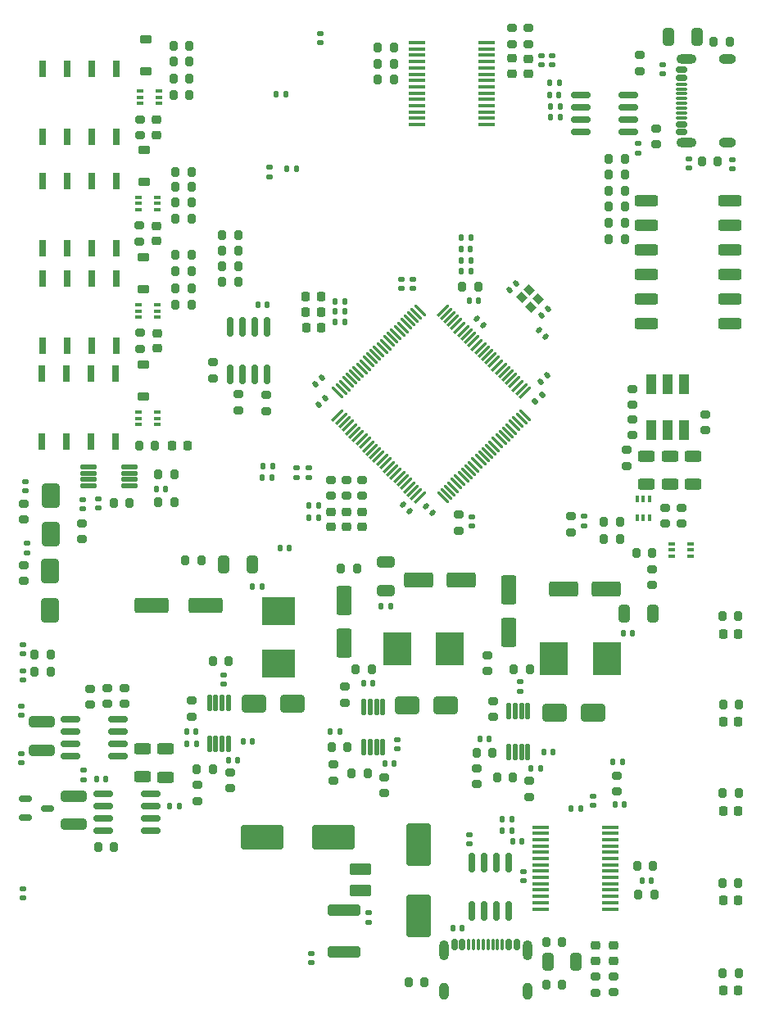
<source format=gbr>
%TF.GenerationSoftware,KiCad,Pcbnew,9.0.2*%
%TF.CreationDate,2025-12-23T12:34:07+01:00*%
%TF.ProjectId,HilBox,48696c42-6f78-42e6-9b69-6361645f7063,rev?*%
%TF.SameCoordinates,Original*%
%TF.FileFunction,Paste,Top*%
%TF.FilePolarity,Positive*%
%FSLAX46Y46*%
G04 Gerber Fmt 4.6, Leading zero omitted, Abs format (unit mm)*
G04 Created by KiCad (PCBNEW 9.0.2) date 2025-12-23 12:34:07*
%MOMM*%
%LPD*%
G01*
G04 APERTURE LIST*
G04 Aperture macros list*
%AMRoundRect*
0 Rectangle with rounded corners*
0 $1 Rounding radius*
0 $2 $3 $4 $5 $6 $7 $8 $9 X,Y pos of 4 corners*
0 Add a 4 corners polygon primitive as box body*
4,1,4,$2,$3,$4,$5,$6,$7,$8,$9,$2,$3,0*
0 Add four circle primitives for the rounded corners*
1,1,$1+$1,$2,$3*
1,1,$1+$1,$4,$5*
1,1,$1+$1,$6,$7*
1,1,$1+$1,$8,$9*
0 Add four rect primitives between the rounded corners*
20,1,$1+$1,$2,$3,$4,$5,0*
20,1,$1+$1,$4,$5,$6,$7,0*
20,1,$1+$1,$6,$7,$8,$9,0*
20,1,$1+$1,$8,$9,$2,$3,0*%
%AMRotRect*
0 Rectangle, with rotation*
0 The origin of the aperture is its center*
0 $1 length*
0 $2 width*
0 $3 Rotation angle, in degrees counterclockwise*
0 Add horizontal line*
21,1,$1,$2,0,0,$3*%
G04 Aperture macros list end*
%ADD10R,0.800000X1.800000*%
%ADD11RoundRect,0.200000X-0.200000X-0.275000X0.200000X-0.275000X0.200000X0.275000X-0.200000X0.275000X0*%
%ADD12RoundRect,0.140000X-0.170000X0.140000X-0.170000X-0.140000X0.170000X-0.140000X0.170000X0.140000X0*%
%ADD13RoundRect,0.250000X-0.970000X-0.310000X0.970000X-0.310000X0.970000X0.310000X-0.970000X0.310000X0*%
%ADD14RoundRect,0.218750X-0.218750X-0.256250X0.218750X-0.256250X0.218750X0.256250X-0.218750X0.256250X0*%
%ADD15RoundRect,0.200000X0.200000X0.275000X-0.200000X0.275000X-0.200000X-0.275000X0.200000X-0.275000X0*%
%ADD16R,1.750000X0.450000*%
%ADD17O,1.800000X1.000000*%
%ADD18O,2.100000X1.000000*%
%ADD19RoundRect,0.150000X0.425000X-0.150000X0.425000X0.150000X-0.425000X0.150000X-0.425000X-0.150000X0*%
%ADD20RoundRect,0.075000X0.500000X-0.075000X0.500000X0.075000X-0.500000X0.075000X-0.500000X-0.075000X0*%
%ADD21RoundRect,0.200000X0.275000X-0.200000X0.275000X0.200000X-0.275000X0.200000X-0.275000X-0.200000X0*%
%ADD22RoundRect,0.200000X-0.275000X0.200000X-0.275000X-0.200000X0.275000X-0.200000X0.275000X0.200000X0*%
%ADD23RoundRect,0.250000X0.625000X-0.312500X0.625000X0.312500X-0.625000X0.312500X-0.625000X-0.312500X0*%
%ADD24RoundRect,0.135000X0.135000X0.185000X-0.135000X0.185000X-0.135000X-0.185000X0.135000X-0.185000X0*%
%ADD25RoundRect,0.135000X-0.135000X-0.185000X0.135000X-0.185000X0.135000X0.185000X-0.135000X0.185000X0*%
%ADD26RoundRect,0.250000X-0.325000X-0.650000X0.325000X-0.650000X0.325000X0.650000X-0.325000X0.650000X0*%
%ADD27RoundRect,0.100000X-0.225000X-0.100000X0.225000X-0.100000X0.225000X0.100000X-0.225000X0.100000X0*%
%ADD28RoundRect,0.218750X-0.256250X0.218750X-0.256250X-0.218750X0.256250X-0.218750X0.256250X0.218750X0*%
%ADD29RoundRect,0.218750X0.218750X0.256250X-0.218750X0.256250X-0.218750X-0.256250X0.218750X-0.256250X0*%
%ADD30RoundRect,0.140000X0.170000X-0.140000X0.170000X0.140000X-0.170000X0.140000X-0.170000X-0.140000X0*%
%ADD31RoundRect,0.140000X-0.021213X0.219203X-0.219203X0.021213X0.021213X-0.219203X0.219203X-0.021213X0*%
%ADD32RoundRect,0.225000X-0.375000X0.225000X-0.375000X-0.225000X0.375000X-0.225000X0.375000X0.225000X0*%
%ADD33RoundRect,0.250000X-1.250000X-0.550000X1.250000X-0.550000X1.250000X0.550000X-1.250000X0.550000X0*%
%ADD34RoundRect,0.100000X0.100000X-0.225000X0.100000X0.225000X-0.100000X0.225000X-0.100000X-0.225000X0*%
%ADD35R,1.100000X2.000000*%
%ADD36RoundRect,0.250000X0.325000X0.650000X-0.325000X0.650000X-0.325000X-0.650000X0.325000X-0.650000X0*%
%ADD37RoundRect,0.135000X0.185000X-0.135000X0.185000X0.135000X-0.185000X0.135000X-0.185000X-0.135000X0*%
%ADD38RoundRect,0.250000X0.650000X-0.325000X0.650000X0.325000X-0.650000X0.325000X-0.650000X-0.325000X0*%
%ADD39RoundRect,0.150000X0.825000X0.150000X-0.825000X0.150000X-0.825000X-0.150000X0.825000X-0.150000X0*%
%ADD40RoundRect,0.140000X-0.140000X-0.170000X0.140000X-0.170000X0.140000X0.170000X-0.140000X0.170000X0*%
%ADD41RoundRect,0.218750X0.256250X-0.218750X0.256250X0.218750X-0.256250X0.218750X-0.256250X-0.218750X0*%
%ADD42RoundRect,0.250000X1.450000X-0.312500X1.450000X0.312500X-1.450000X0.312500X-1.450000X-0.312500X0*%
%ADD43RoundRect,0.140000X-0.219203X-0.021213X-0.021213X-0.219203X0.219203X0.021213X0.021213X0.219203X0*%
%ADD44RoundRect,0.250000X1.000000X-1.950000X1.000000X1.950000X-1.000000X1.950000X-1.000000X-1.950000X0*%
%ADD45RoundRect,0.150000X0.150000X-0.825000X0.150000X0.825000X-0.150000X0.825000X-0.150000X-0.825000X0*%
%ADD46RoundRect,0.250000X-1.075000X0.312500X-1.075000X-0.312500X1.075000X-0.312500X1.075000X0.312500X0*%
%ADD47RoundRect,0.250000X-1.000000X-0.650000X1.000000X-0.650000X1.000000X0.650000X-1.000000X0.650000X0*%
%ADD48RoundRect,0.140000X0.140000X0.170000X-0.140000X0.170000X-0.140000X-0.170000X0.140000X-0.170000X0*%
%ADD49RoundRect,0.125000X-0.125000X0.687500X-0.125000X-0.687500X0.125000X-0.687500X0.125000X0.687500X0*%
%ADD50RoundRect,0.150000X-0.150000X0.825000X-0.150000X-0.825000X0.150000X-0.825000X0.150000X0.825000X0*%
%ADD51RoundRect,0.140000X0.021213X-0.219203X0.219203X-0.021213X-0.021213X0.219203X-0.219203X0.021213X0*%
%ADD52RotRect,0.900000X0.800000X315.000000*%
%ADD53RoundRect,0.125000X0.687500X0.125000X-0.687500X0.125000X-0.687500X-0.125000X0.687500X-0.125000X0*%
%ADD54RoundRect,0.135000X-0.185000X0.135000X-0.185000X-0.135000X0.185000X-0.135000X0.185000X0.135000X0*%
%ADD55RoundRect,0.150000X-0.150000X-0.425000X0.150000X-0.425000X0.150000X0.425000X-0.150000X0.425000X0*%
%ADD56RoundRect,0.075000X-0.075000X-0.500000X0.075000X-0.500000X0.075000X0.500000X-0.075000X0.500000X0*%
%ADD57O,1.000000X2.100000*%
%ADD58O,1.000000X1.800000*%
%ADD59R,3.500000X2.950000*%
%ADD60RoundRect,0.250000X0.550000X-1.250000X0.550000X1.250000X-0.550000X1.250000X-0.550000X-1.250000X0*%
%ADD61RoundRect,0.250000X1.075000X-0.312500X1.075000X0.312500X-1.075000X0.312500X-1.075000X-0.312500X0*%
%ADD62R,2.950000X3.500000*%
%ADD63RoundRect,0.150000X-0.512500X-0.150000X0.512500X-0.150000X0.512500X0.150000X-0.512500X0.150000X0*%
%ADD64RoundRect,0.135000X-0.035355X0.226274X-0.226274X0.035355X0.035355X-0.226274X0.226274X-0.035355X0*%
%ADD65RoundRect,0.250000X1.500000X0.550000X-1.500000X0.550000X-1.500000X-0.550000X1.500000X-0.550000X0*%
%ADD66RoundRect,0.250000X-0.650000X1.000000X-0.650000X-1.000000X0.650000X-1.000000X0.650000X1.000000X0*%
%ADD67RoundRect,0.250000X0.850000X-0.375000X0.850000X0.375000X-0.850000X0.375000X-0.850000X-0.375000X0*%
%ADD68RoundRect,0.250000X1.950000X1.000000X-1.950000X1.000000X-1.950000X-1.000000X1.950000X-1.000000X0*%
%ADD69RoundRect,0.075000X0.459619X0.565685X-0.565685X-0.459619X-0.459619X-0.565685X0.565685X0.459619X0*%
%ADD70RoundRect,0.075000X-0.459619X0.565685X-0.565685X0.459619X0.459619X-0.565685X0.565685X-0.459619X0*%
G04 APERTURE END LIST*
D10*
%TO.C,K4*%
X55210000Y-55862500D03*
X52670000Y-55862500D03*
X50130000Y-55862500D03*
X47590000Y-55862500D03*
X47590000Y-62862500D03*
X50130000Y-62862500D03*
X52670000Y-62862500D03*
X55210000Y-62862500D03*
%TD*%
D11*
%TO.C,R14*%
X82275000Y-55400000D03*
X83925000Y-55400000D03*
%TD*%
D12*
%TO.C,C7*%
X76300000Y-52220000D03*
X76300000Y-53180000D03*
%TD*%
D13*
%TO.C,SW1*%
X118655000Y-69500000D03*
X118655000Y-72040000D03*
X118655000Y-74580000D03*
X118655000Y-77120000D03*
X118655000Y-79660000D03*
X118655000Y-82200000D03*
X110045000Y-82200000D03*
X110045000Y-79660000D03*
X110045000Y-77120000D03*
X110045000Y-74580000D03*
X110045000Y-72040000D03*
X110045000Y-69500000D03*
%TD*%
D14*
%TO.C,D7*%
X119537500Y-114300000D03*
X117962500Y-114300000D03*
%TD*%
D15*
%TO.C,R27*%
X117875000Y-112400000D03*
X119525000Y-112400000D03*
%TD*%
D16*
%TO.C,U12*%
X86300000Y-53175000D03*
X86300000Y-53825000D03*
X86300000Y-54475000D03*
X86300000Y-55125000D03*
X86300000Y-55775000D03*
X86300000Y-56425000D03*
X86300000Y-57075000D03*
X86300000Y-57725000D03*
X86300000Y-58375000D03*
X86300000Y-59025000D03*
X86300000Y-59675000D03*
X86300000Y-60325000D03*
X86300000Y-60975000D03*
X86300000Y-61625000D03*
X93500000Y-61625000D03*
X93500000Y-60975000D03*
X93500000Y-60325000D03*
X93500000Y-59675000D03*
X93500000Y-59025000D03*
X93500000Y-58375000D03*
X93500000Y-57725000D03*
X93500000Y-57075000D03*
X93500000Y-56425000D03*
X93500000Y-55775000D03*
X93500000Y-55125000D03*
X93500000Y-54475000D03*
X93500000Y-53825000D03*
X93500000Y-53175000D03*
%TD*%
D17*
%TO.C,J7*%
X118375000Y-54880000D03*
D18*
X114195000Y-54880000D03*
D17*
X118375000Y-63520000D03*
D18*
X114195000Y-63520000D03*
D19*
X113620000Y-62400000D03*
X113620000Y-61600000D03*
D20*
X113620000Y-60950000D03*
X113620000Y-59950000D03*
X113620000Y-58450000D03*
X113620000Y-57450000D03*
D19*
X113620000Y-56800000D03*
X113620000Y-56000000D03*
X113620000Y-56000000D03*
X113620000Y-56800000D03*
D20*
X113620000Y-57950000D03*
X113620000Y-58950000D03*
X113620000Y-59450000D03*
X113620000Y-60450000D03*
D19*
X113620000Y-61600000D03*
X113620000Y-62400000D03*
%TD*%
D12*
%TO.C,C17*%
X114400000Y-66110000D03*
X114400000Y-65150000D03*
%TD*%
D15*
%TO.C,R20*%
X115775000Y-65400000D03*
X117425000Y-65400000D03*
%TD*%
D12*
%TO.C,C16*%
X118900000Y-66230000D03*
X118900000Y-65270000D03*
%TD*%
%TO.C,C15*%
X109150000Y-64580000D03*
X109150000Y-63620000D03*
%TD*%
D21*
%TO.C,R17*%
X111050000Y-62025000D03*
X111050000Y-63675000D03*
%TD*%
D14*
%TO.C,D11*%
X119537500Y-151150000D03*
X117962500Y-151150000D03*
%TD*%
D15*
%TO.C,R31*%
X117925000Y-149350000D03*
X119575000Y-149350000D03*
%TD*%
D14*
%TO.C,D10*%
X119537500Y-141800000D03*
X117962500Y-141800000D03*
%TD*%
D22*
%TO.C,R16*%
X109300000Y-56125000D03*
X109300000Y-54475000D03*
%TD*%
%TO.C,R43*%
X108600000Y-93725000D03*
X108600000Y-92075000D03*
%TD*%
D23*
%TO.C,R40*%
X110050000Y-98812500D03*
X110050000Y-95887500D03*
%TD*%
%TO.C,R39*%
X114850000Y-98812500D03*
X114850000Y-95887500D03*
%TD*%
%TO.C,R38*%
X112450000Y-98812500D03*
X112450000Y-95887500D03*
%TD*%
D24*
%TO.C,R193*%
X90890000Y-73350000D03*
X91910000Y-73350000D03*
%TD*%
D25*
%TO.C,R113*%
X62490000Y-125600000D03*
X63510000Y-125600000D03*
%TD*%
D23*
%TO.C,R83*%
X57950000Y-129062500D03*
X57950000Y-126137500D03*
%TD*%
%TO.C,R82*%
X60350000Y-129112500D03*
X60350000Y-126187500D03*
%TD*%
D26*
%TO.C,C116*%
X69275000Y-107100000D03*
X66325000Y-107100000D03*
%TD*%
D21*
%TO.C,R69*%
X57700000Y-83175000D03*
X57700000Y-84825000D03*
%TD*%
D11*
%TO.C,R66*%
X67825000Y-73100000D03*
X66175000Y-73100000D03*
%TD*%
D27*
%TO.C,Q9*%
X59450000Y-91350000D03*
X59450000Y-92000000D03*
X59450000Y-92650000D03*
X57550000Y-92650000D03*
X57550000Y-92000000D03*
X57550000Y-91350000D03*
%TD*%
D11*
%TO.C,R65*%
X67825000Y-74700000D03*
X66175000Y-74700000D03*
%TD*%
%TO.C,R164*%
X67825000Y-77900000D03*
X66175000Y-77900000D03*
%TD*%
%TO.C,R64*%
X59225000Y-94800000D03*
X57575000Y-94800000D03*
%TD*%
%TO.C,R165*%
X67825000Y-76300000D03*
X66175000Y-76300000D03*
%TD*%
D28*
%TO.C,D15*%
X59400000Y-61137500D03*
X59400000Y-62712500D03*
%TD*%
%TO.C,D14*%
X59400000Y-72112500D03*
X59400000Y-73687500D03*
%TD*%
%TO.C,D12*%
X59500000Y-83212500D03*
X59500000Y-84787500D03*
%TD*%
D29*
%TO.C,D3*%
X62587500Y-94800000D03*
X61012500Y-94800000D03*
%TD*%
D25*
%TO.C,R13*%
X77840000Y-79900000D03*
X78860000Y-79900000D03*
%TD*%
D12*
%TO.C,C5*%
X45550000Y-118070000D03*
X45550000Y-119030000D03*
%TD*%
D30*
%TO.C,C3*%
X45550000Y-116330000D03*
X45550000Y-115370000D03*
%TD*%
D31*
%TO.C,C101*%
X75810589Y-88439411D03*
X76489411Y-87760589D03*
%TD*%
D25*
%TO.C,R125*%
X78860000Y-80950000D03*
X77840000Y-80950000D03*
%TD*%
%TO.C,R166*%
X78860000Y-82000000D03*
X77840000Y-82000000D03*
%TD*%
D32*
%TO.C,D21*%
X58100000Y-64250000D03*
X58100000Y-67550000D03*
%TD*%
%TO.C,D19*%
X58000000Y-75350000D03*
X58000000Y-78650000D03*
%TD*%
%TO.C,D16*%
X58000000Y-86450000D03*
X58000000Y-89750000D03*
%TD*%
%TO.C,D4*%
X58250000Y-52850000D03*
X58250000Y-56150000D03*
%TD*%
D21*
%TO.C,R12*%
X57700000Y-62750000D03*
X57700000Y-61100000D03*
%TD*%
D11*
%TO.C,R11*%
X61150000Y-53500000D03*
X62800000Y-53500000D03*
%TD*%
%TO.C,R10*%
X61150000Y-58600000D03*
X62800000Y-58600000D03*
%TD*%
%TO.C,R9*%
X61150000Y-56900000D03*
X62800000Y-56900000D03*
%TD*%
%TO.C,R8*%
X61150000Y-55100000D03*
X62800000Y-55100000D03*
%TD*%
D27*
%TO.C,Q3*%
X57700000Y-58150000D03*
X57700000Y-58800000D03*
X57700000Y-59450000D03*
X59600000Y-59450000D03*
X59600000Y-58800000D03*
X59600000Y-58150000D03*
%TD*%
D12*
%TO.C,C22*%
X45600000Y-141580000D03*
X45600000Y-140620000D03*
%TD*%
D30*
%TO.C,C48*%
X45400000Y-121720000D03*
X45400000Y-122680000D03*
%TD*%
D21*
%TO.C,R85*%
X56100000Y-119875000D03*
X56100000Y-121525000D03*
%TD*%
D33*
%TO.C,C60*%
X105900000Y-109600000D03*
X101500000Y-109600000D03*
%TD*%
D22*
%TO.C,R51*%
X110600000Y-107575000D03*
X110600000Y-109225000D03*
%TD*%
D15*
%TO.C,R50*%
X110625000Y-105950000D03*
X108975000Y-105950000D03*
%TD*%
D22*
%TO.C,R49*%
X113650000Y-101225000D03*
X113650000Y-102875000D03*
%TD*%
%TO.C,R48*%
X112000000Y-101225000D03*
X112000000Y-102875000D03*
%TD*%
D21*
%TO.C,R46*%
X108600000Y-90625000D03*
X108600000Y-88975000D03*
%TD*%
D22*
%TO.C,R45*%
X116150000Y-91575000D03*
X116150000Y-93225000D03*
%TD*%
%TO.C,R44*%
X108000000Y-95275000D03*
X108000000Y-96925000D03*
%TD*%
D15*
%TO.C,R42*%
X107275000Y-102700000D03*
X105625000Y-102700000D03*
%TD*%
D11*
%TO.C,R41*%
X105625000Y-104450000D03*
X107275000Y-104450000D03*
%TD*%
D27*
%TO.C,Q2*%
X112650000Y-104950000D03*
X112650000Y-105600000D03*
X112650000Y-106250000D03*
X114550000Y-106250000D03*
X114550000Y-105600000D03*
X114550000Y-104950000D03*
%TD*%
D34*
%TO.C,Q1*%
X109050000Y-102250000D03*
X109700000Y-102250000D03*
X110350000Y-102250000D03*
X110350000Y-100350000D03*
X109700000Y-100350000D03*
X109050000Y-100350000D03*
%TD*%
D35*
%TO.C,D13*%
X110500000Y-93250000D03*
X112200000Y-93250000D03*
X113900000Y-93250000D03*
X113900000Y-88450000D03*
X112200000Y-88450000D03*
X110500000Y-88450000D03*
%TD*%
D36*
%TO.C,C95*%
X99825000Y-148200000D03*
X102775000Y-148200000D03*
%TD*%
D15*
%TO.C,R32*%
X107775000Y-65200000D03*
X106125000Y-65200000D03*
%TD*%
D37*
%TO.C,R161*%
X71035000Y-67075000D03*
X71035000Y-66055000D03*
%TD*%
D15*
%TO.C,R3*%
X61225000Y-97800000D03*
X59575000Y-97800000D03*
%TD*%
%TO.C,R148*%
X48425000Y-116450000D03*
X46775000Y-116450000D03*
%TD*%
D11*
%TO.C,R105*%
X79975000Y-117900000D03*
X81625000Y-117900000D03*
%TD*%
D15*
%TO.C,R15*%
X118625000Y-53050000D03*
X116975000Y-53050000D03*
%TD*%
D30*
%TO.C,C6*%
X45800000Y-99480000D03*
X45800000Y-98520000D03*
%TD*%
D38*
%TO.C,C115*%
X83100000Y-109775000D03*
X83100000Y-106825000D03*
%TD*%
D39*
%TO.C,U28*%
X55425000Y-126905000D03*
X55425000Y-125635000D03*
X55425000Y-124365000D03*
X55425000Y-123095000D03*
X50475000Y-123095000D03*
X50475000Y-124365000D03*
X50475000Y-125635000D03*
X50475000Y-126905000D03*
%TD*%
D15*
%TO.C,R110*%
X65225000Y-128300000D03*
X63575000Y-128300000D03*
%TD*%
D40*
%TO.C,C59*%
X92820000Y-125150000D03*
X93780000Y-125150000D03*
%TD*%
D41*
%TO.C,D5*%
X96100000Y-56387500D03*
X96100000Y-54812500D03*
%TD*%
D15*
%TO.C,R115*%
X64025000Y-106700000D03*
X62375000Y-106700000D03*
%TD*%
D11*
%TO.C,R98*%
X92475000Y-126600000D03*
X94125000Y-126600000D03*
%TD*%
D15*
%TO.C,R36*%
X107775000Y-71750000D03*
X106125000Y-71750000D03*
%TD*%
D42*
%TO.C,F1*%
X78750000Y-147137500D03*
X78750000Y-142862500D03*
%TD*%
D43*
%TO.C,C85*%
X92500000Y-81700000D03*
X93178822Y-82378822D03*
%TD*%
D41*
%TO.C,D36*%
X79050000Y-103237500D03*
X79050000Y-101662500D03*
%TD*%
D24*
%TO.C,R163*%
X72745000Y-58465000D03*
X71725000Y-58465000D03*
%TD*%
D15*
%TO.C,R144*%
X101325000Y-146100000D03*
X99675000Y-146100000D03*
%TD*%
D44*
%TO.C,C54*%
X86500000Y-143450000D03*
X86500000Y-136050000D03*
%TD*%
D15*
%TO.C,R37*%
X107775000Y-73450000D03*
X106125000Y-73450000D03*
%TD*%
D30*
%TO.C,C70*%
X66325000Y-119480000D03*
X66325000Y-118520000D03*
%TD*%
D40*
%TO.C,C18*%
X100020000Y-58550000D03*
X100980000Y-58550000D03*
%TD*%
D45*
%TO.C,U4*%
X91995000Y-142875000D03*
X93265000Y-142875000D03*
X94535000Y-142875000D03*
X95805000Y-142875000D03*
X95805000Y-137925000D03*
X94535000Y-137925000D03*
X93265000Y-137925000D03*
X91995000Y-137925000D03*
%TD*%
D15*
%TO.C,R28*%
X119625000Y-121600000D03*
X117975000Y-121600000D03*
%TD*%
D46*
%TO.C,R87*%
X47550000Y-123387500D03*
X47550000Y-126312500D03*
%TD*%
D22*
%TO.C,R130*%
X77450000Y-98375000D03*
X77450000Y-100025000D03*
%TD*%
%TO.C,R157*%
X90650000Y-101975000D03*
X90650000Y-103625000D03*
%TD*%
D12*
%TO.C,C63*%
X84300000Y-125220000D03*
X84300000Y-126180000D03*
%TD*%
D22*
%TO.C,R184*%
X45700000Y-107175000D03*
X45700000Y-108825000D03*
%TD*%
D47*
%TO.C,D28*%
X85300000Y-121700000D03*
X89300000Y-121700000D03*
%TD*%
D21*
%TO.C,R101*%
X97900000Y-131125000D03*
X97900000Y-129475000D03*
%TD*%
D25*
%TO.C,R162*%
X72825000Y-66165000D03*
X73845000Y-66165000D03*
%TD*%
D48*
%TO.C,C71*%
X70280000Y-109400000D03*
X69320000Y-109400000D03*
%TD*%
D40*
%TO.C,C73*%
X62520000Y-124400000D03*
X63480000Y-124400000D03*
%TD*%
D21*
%TO.C,R104*%
X78850000Y-121375000D03*
X78850000Y-119725000D03*
%TD*%
D30*
%TO.C,C42*%
X104500000Y-132030000D03*
X104500000Y-131070000D03*
%TD*%
%TO.C,C20*%
X100300000Y-55480000D03*
X100300000Y-54520000D03*
%TD*%
D39*
%TO.C,U27*%
X58825000Y-134605000D03*
X58825000Y-133335000D03*
X58825000Y-132065000D03*
X58825000Y-130795000D03*
X53875000Y-130795000D03*
X53875000Y-132065000D03*
X53875000Y-133335000D03*
X53875000Y-134605000D03*
%TD*%
D48*
%TO.C,C96*%
X90980000Y-144700000D03*
X90020000Y-144700000D03*
%TD*%
D15*
%TO.C,R142*%
X101325000Y-150500000D03*
X99675000Y-150500000D03*
%TD*%
D25*
%TO.C,R18*%
X95090000Y-133400000D03*
X96110000Y-133400000D03*
%TD*%
D15*
%TO.C,R35*%
X107775000Y-70100000D03*
X106125000Y-70100000D03*
%TD*%
D39*
%TO.C,U11*%
X108175000Y-62355000D03*
X108175000Y-61085000D03*
X108175000Y-59815000D03*
X108175000Y-58545000D03*
X103225000Y-58545000D03*
X103225000Y-59815000D03*
X103225000Y-61085000D03*
X103225000Y-62355000D03*
%TD*%
D22*
%TO.C,R114*%
X63650000Y-129875000D03*
X63650000Y-131525000D03*
%TD*%
D49*
%TO.C,U31*%
X66800000Y-121387500D03*
X66150000Y-121387500D03*
X65500000Y-121387500D03*
X64850000Y-121387500D03*
X64850000Y-125612500D03*
X65500000Y-125612500D03*
X66150000Y-125612500D03*
X66800000Y-125612500D03*
%TD*%
D21*
%TO.C,R124*%
X106600000Y-151325000D03*
X106600000Y-149675000D03*
%TD*%
D40*
%TO.C,C69*%
X68345000Y-125350000D03*
X69305000Y-125350000D03*
%TD*%
D14*
%TO.C,D8*%
X117962500Y-123350000D03*
X119537500Y-123350000D03*
%TD*%
D12*
%TO.C,C40*%
X97300000Y-138820000D03*
X97300000Y-139780000D03*
%TD*%
D22*
%TO.C,R116*%
X106950000Y-130550000D03*
X106950000Y-128900000D03*
%TD*%
D11*
%TO.C,R146*%
X109075000Y-138275000D03*
X110725000Y-138275000D03*
%TD*%
D22*
%TO.C,R2*%
X67850000Y-89525000D03*
X67850000Y-91175000D03*
%TD*%
D11*
%TO.C,R178*%
X61375000Y-69700000D03*
X63025000Y-69700000D03*
%TD*%
D40*
%TO.C,C77*%
X107730000Y-131925000D03*
X106770000Y-131925000D03*
%TD*%
%TO.C,C43*%
X60770000Y-132100000D03*
X61730000Y-132100000D03*
%TD*%
D22*
%TO.C,R7*%
X65250000Y-86225000D03*
X65250000Y-87875000D03*
%TD*%
D24*
%TO.C,R172*%
X76160000Y-101000000D03*
X75140000Y-101000000D03*
%TD*%
D40*
%TO.C,C65*%
X82620000Y-111400000D03*
X83580000Y-111400000D03*
%TD*%
D15*
%TO.C,R122*%
X48425000Y-118200000D03*
X46775000Y-118200000D03*
%TD*%
D22*
%TO.C,R1*%
X70700000Y-89575000D03*
X70700000Y-91225000D03*
%TD*%
D25*
%TO.C,R195*%
X95090000Y-134600000D03*
X96110000Y-134600000D03*
%TD*%
D50*
%TO.C,U2*%
X70855000Y-82525000D03*
X69585000Y-82525000D03*
X68315000Y-82525000D03*
X67045000Y-82525000D03*
X67045000Y-87475000D03*
X68315000Y-87475000D03*
X69585000Y-87475000D03*
X70855000Y-87475000D03*
%TD*%
D11*
%TO.C,R71*%
X61375000Y-66500000D03*
X63025000Y-66500000D03*
%TD*%
D22*
%TO.C,R129*%
X79050000Y-98375000D03*
X79050000Y-100025000D03*
%TD*%
D25*
%TO.C,R127*%
X70330000Y-98100000D03*
X71350000Y-98100000D03*
%TD*%
D11*
%TO.C,R175*%
X61375000Y-78600000D03*
X63025000Y-78600000D03*
%TD*%
D41*
%TO.C,D6*%
X97800000Y-56400000D03*
X97800000Y-54825000D03*
%TD*%
D43*
%TO.C,C81*%
X87260589Y-101060589D03*
X87939411Y-101739411D03*
%TD*%
D15*
%TO.C,R108*%
X80125000Y-107500000D03*
X78475000Y-107500000D03*
%TD*%
D25*
%TO.C,R22*%
X99990000Y-57350000D03*
X101010000Y-57350000D03*
%TD*%
D48*
%TO.C,C88*%
X92680000Y-79800000D03*
X91720000Y-79800000D03*
%TD*%
D51*
%TO.C,C83*%
X99060589Y-88239411D03*
X99739411Y-87560589D03*
%TD*%
D30*
%TO.C,C84*%
X85900000Y-78580000D03*
X85900000Y-77620000D03*
%TD*%
D22*
%TO.C,R107*%
X77700000Y-127775000D03*
X77700000Y-129425000D03*
%TD*%
D41*
%TO.C,D35*%
X80650000Y-103237500D03*
X80650000Y-101662500D03*
%TD*%
D15*
%TO.C,R96*%
X96225000Y-129100000D03*
X94575000Y-129100000D03*
%TD*%
D25*
%TO.C,R174*%
X102190000Y-132300000D03*
X103210000Y-132300000D03*
%TD*%
D11*
%TO.C,R106*%
X77475000Y-126000000D03*
X79125000Y-126000000D03*
%TD*%
%TO.C,R176*%
X61375000Y-80300000D03*
X63025000Y-80300000D03*
%TD*%
D31*
%TO.C,C82*%
X76845135Y-89908954D03*
X76166313Y-90587776D03*
%TD*%
D22*
%TO.C,R99*%
X92500000Y-128175000D03*
X92500000Y-129825000D03*
%TD*%
D12*
%TO.C,C47*%
X92000000Y-102170000D03*
X92000000Y-103130000D03*
%TD*%
D49*
%TO.C,U30*%
X82775000Y-121787500D03*
X82125000Y-121787500D03*
X81475000Y-121787500D03*
X80825000Y-121787500D03*
X80825000Y-126012500D03*
X81475000Y-126012500D03*
X82125000Y-126012500D03*
X82775000Y-126012500D03*
%TD*%
D52*
%TO.C,Y1*%
X97116117Y-79493934D03*
X98106066Y-80483883D03*
X98883883Y-79706066D03*
X97893934Y-78716117D03*
%TD*%
D53*
%TO.C,U24*%
X56612500Y-98975000D03*
X56612500Y-98325000D03*
X56612500Y-97675000D03*
X56612500Y-97025000D03*
X52387500Y-97025000D03*
X52387500Y-97675000D03*
X52387500Y-98325000D03*
X52387500Y-98975000D03*
%TD*%
D40*
%TO.C,C106*%
X59370000Y-99300000D03*
X60330000Y-99300000D03*
%TD*%
D21*
%TO.C,R88*%
X52500000Y-121575000D03*
X52500000Y-119925000D03*
%TD*%
%TO.C,R109*%
X67000000Y-130225000D03*
X67000000Y-128575000D03*
%TD*%
D40*
%TO.C,C87*%
X90920000Y-76800000D03*
X91880000Y-76800000D03*
%TD*%
D48*
%TO.C,C64*%
X81780000Y-119400000D03*
X80820000Y-119400000D03*
%TD*%
D10*
%TO.C,K3*%
X55260000Y-67450000D03*
X52720000Y-67450000D03*
X50180000Y-67450000D03*
X47640000Y-67450000D03*
X47640000Y-74450000D03*
X50180000Y-74450000D03*
X52720000Y-74450000D03*
X55260000Y-74450000D03*
%TD*%
D22*
%TO.C,R156*%
X102200000Y-102125000D03*
X102200000Y-103775000D03*
%TD*%
D30*
%TO.C,C99*%
X84700000Y-78580000D03*
X84700000Y-77620000D03*
%TD*%
D48*
%TO.C,C41*%
X97180000Y-135700000D03*
X96220000Y-135700000D03*
%TD*%
D30*
%TO.C,C4*%
X46000000Y-105880000D03*
X46000000Y-104920000D03*
%TD*%
D12*
%TO.C,C46*%
X103550000Y-102120000D03*
X103550000Y-103080000D03*
%TD*%
D14*
%TO.C,D33*%
X74862500Y-82650000D03*
X76437500Y-82650000D03*
%TD*%
D40*
%TO.C,C39*%
X109570000Y-139750000D03*
X110530000Y-139750000D03*
%TD*%
D25*
%TO.C,R167*%
X75140000Y-102300000D03*
X76160000Y-102300000D03*
%TD*%
D16*
%TO.C,U10*%
X106300000Y-142700000D03*
X106300000Y-142050000D03*
X106300000Y-141400000D03*
X106300000Y-140750000D03*
X106300000Y-140100000D03*
X106300000Y-139450000D03*
X106300000Y-138800000D03*
X106300000Y-138150000D03*
X106300000Y-137500000D03*
X106300000Y-136850000D03*
X106300000Y-136200000D03*
X106300000Y-135550000D03*
X106300000Y-134900000D03*
X106300000Y-134250000D03*
X99100000Y-134250000D03*
X99100000Y-134900000D03*
X99100000Y-135550000D03*
X99100000Y-136200000D03*
X99100000Y-136850000D03*
X99100000Y-137500000D03*
X99100000Y-138150000D03*
X99100000Y-138800000D03*
X99100000Y-139450000D03*
X99100000Y-140100000D03*
X99100000Y-140750000D03*
X99100000Y-141400000D03*
X99100000Y-142050000D03*
X99100000Y-142700000D03*
%TD*%
D15*
%TO.C,R29*%
X119575000Y-130750000D03*
X117925000Y-130750000D03*
%TD*%
D54*
%TO.C,R171*%
X75150000Y-97140000D03*
X75150000Y-98160000D03*
%TD*%
D11*
%TO.C,R143*%
X85425000Y-150250000D03*
X87075000Y-150250000D03*
%TD*%
D55*
%TO.C,J5*%
X90200000Y-146420000D03*
X91000000Y-146420000D03*
D56*
X92150000Y-146420000D03*
X93150000Y-146420000D03*
X93650000Y-146420000D03*
X94650000Y-146420000D03*
D55*
X95800000Y-146420000D03*
X96600000Y-146420000D03*
X96600000Y-146420000D03*
X95800000Y-146420000D03*
D56*
X95150000Y-146420000D03*
X94150000Y-146420000D03*
X92650000Y-146420000D03*
X91650000Y-146420000D03*
D55*
X91000000Y-146420000D03*
X90200000Y-146420000D03*
D57*
X89080000Y-146995000D03*
D58*
X89080000Y-151175000D03*
D57*
X97720000Y-146995000D03*
D58*
X97720000Y-151175000D03*
%TD*%
D48*
%TO.C,C61*%
X108580000Y-114200000D03*
X107620000Y-114200000D03*
%TD*%
D40*
%TO.C,C68*%
X66820000Y-127300000D03*
X67780000Y-127300000D03*
%TD*%
D15*
%TO.C,R81*%
X55025000Y-136300000D03*
X53375000Y-136300000D03*
%TD*%
D59*
%TO.C,L3*%
X71975000Y-117375000D03*
X71975000Y-111925000D03*
%TD*%
D25*
%TO.C,R118*%
X90890001Y-75650000D03*
X91909999Y-75650000D03*
%TD*%
D26*
%TO.C,C114*%
X107725000Y-112200000D03*
X110675000Y-112200000D03*
%TD*%
D30*
%TO.C,C14*%
X111700000Y-56400000D03*
X111700000Y-55440000D03*
%TD*%
D15*
%TO.C,R25*%
X83925000Y-57000000D03*
X82275000Y-57000000D03*
%TD*%
D60*
%TO.C,C74*%
X95800000Y-114100000D03*
X95800000Y-109700000D03*
%TD*%
D12*
%TO.C,C49*%
X45450000Y-126620000D03*
X45450000Y-127580000D03*
%TD*%
D49*
%TO.C,U29*%
X97775000Y-122237500D03*
X97125000Y-122237500D03*
X96475000Y-122237500D03*
X95825000Y-122237500D03*
X95825000Y-126462500D03*
X96475000Y-126462500D03*
X97125000Y-126462500D03*
X97775000Y-126462500D03*
%TD*%
D40*
%TO.C,C89*%
X90880589Y-74489411D03*
X91840589Y-74489411D03*
%TD*%
D15*
%TO.C,R147*%
X92625000Y-78400000D03*
X90975000Y-78400000D03*
%TD*%
D37*
%TO.C,R168*%
X73850000Y-98160000D03*
X73850000Y-97140000D03*
%TD*%
D61*
%TO.C,R86*%
X50800000Y-133962500D03*
X50800000Y-131037500D03*
%TD*%
D40*
%TO.C,C44*%
X53170000Y-129250000D03*
X54130000Y-129250000D03*
%TD*%
D22*
%TO.C,R6*%
X51700000Y-102825000D03*
X51700000Y-104475000D03*
%TD*%
D62*
%TO.C,L2*%
X89725000Y-115800000D03*
X84275000Y-115800000D03*
%TD*%
D22*
%TO.C,R185*%
X45700000Y-100825000D03*
X45700000Y-102475000D03*
%TD*%
%TO.C,R111*%
X63000000Y-121175000D03*
X63000000Y-122825000D03*
%TD*%
D63*
%TO.C,D52*%
X48137500Y-132300000D03*
X45862500Y-133250000D03*
X45862500Y-131350000D03*
%TD*%
D48*
%TO.C,C2*%
X70830000Y-80300000D03*
X69870000Y-80300000D03*
%TD*%
D11*
%TO.C,R145*%
X109175000Y-141200000D03*
X110825000Y-141200000D03*
%TD*%
D21*
%TO.C,R84*%
X54300000Y-121525000D03*
X54300000Y-119875000D03*
%TD*%
D11*
%TO.C,R177*%
X61375000Y-71400000D03*
X63025000Y-71400000D03*
%TD*%
D33*
%TO.C,C75*%
X86500000Y-108700000D03*
X90900000Y-108700000D03*
%TD*%
D15*
%TO.C,R34*%
X107775000Y-68450000D03*
X106125000Y-68450000D03*
%TD*%
%TO.C,R24*%
X83925000Y-53700000D03*
X82275000Y-53700000D03*
%TD*%
D51*
%TO.C,C98*%
X95860589Y-78739411D03*
X96539411Y-78060589D03*
%TD*%
D11*
%TO.C,R67*%
X61375000Y-76800000D03*
X63025000Y-76800000D03*
%TD*%
D64*
%TO.C,R117*%
X99260624Y-89539376D03*
X98539376Y-90260624D03*
%TD*%
D11*
%TO.C,R5*%
X54950000Y-100750000D03*
X56600000Y-100750000D03*
%TD*%
D24*
%TO.C,R19*%
X101110000Y-60850000D03*
X100090000Y-60850000D03*
%TD*%
D11*
%TO.C,R70*%
X61375000Y-68100000D03*
X63025000Y-68100000D03*
%TD*%
D21*
%TO.C,R123*%
X104800000Y-151375000D03*
X104800000Y-149725000D03*
%TD*%
D12*
%TO.C,C1*%
X51800000Y-100390000D03*
X51800000Y-101350000D03*
%TD*%
D62*
%TO.C,L1*%
X100475000Y-116800000D03*
X105925000Y-116800000D03*
%TD*%
D40*
%TO.C,C62*%
X83020000Y-127700000D03*
X83980000Y-127700000D03*
%TD*%
D22*
%TO.C,R100*%
X93600000Y-116475000D03*
X93600000Y-118125000D03*
%TD*%
D11*
%TO.C,R68*%
X61375000Y-75100000D03*
X63025000Y-75100000D03*
%TD*%
D21*
%TO.C,R72*%
X57600000Y-73725000D03*
X57600000Y-72075000D03*
%TD*%
D65*
%TO.C,C72*%
X64500000Y-111300000D03*
X58900000Y-111300000D03*
%TD*%
D11*
%TO.C,R112*%
X65225000Y-117100000D03*
X66875000Y-117100000D03*
%TD*%
D12*
%TO.C,C52*%
X81300000Y-143120000D03*
X81300000Y-144080000D03*
%TD*%
D22*
%TO.C,R23*%
X96100000Y-51675000D03*
X96100000Y-53325000D03*
%TD*%
D26*
%TO.C,C13*%
X112275000Y-52600000D03*
X115225000Y-52600000D03*
%TD*%
D14*
%TO.C,D34*%
X74812500Y-81000000D03*
X76387500Y-81000000D03*
%TD*%
D27*
%TO.C,Q10*%
X57550000Y-69150000D03*
X57550000Y-69800000D03*
X57550000Y-70450000D03*
X59450000Y-70450000D03*
X59450000Y-69800000D03*
X59450000Y-69150000D03*
%TD*%
D14*
%TO.C,D32*%
X74812500Y-79400000D03*
X76387500Y-79400000D03*
%TD*%
D40*
%TO.C,C76*%
X107530000Y-127525000D03*
X106570000Y-127525000D03*
%TD*%
D51*
%TO.C,C97*%
X99160589Y-81339411D03*
X99839411Y-80660589D03*
%TD*%
D66*
%TO.C,D1*%
X48400000Y-107800000D03*
X48400000Y-111800000D03*
%TD*%
D15*
%TO.C,R30*%
X119525000Y-140000000D03*
X117875000Y-140000000D03*
%TD*%
D43*
%TO.C,C80*%
X98960589Y-82860589D03*
X99639411Y-83539411D03*
%TD*%
D15*
%TO.C,R33*%
X107775000Y-66800000D03*
X106125000Y-66800000D03*
%TD*%
D28*
%TO.C,D30*%
X104750000Y-146462500D03*
X104750000Y-148037500D03*
%TD*%
D21*
%TO.C,R97*%
X94150000Y-122875000D03*
X94150000Y-121225000D03*
%TD*%
D12*
%TO.C,C45*%
X51850000Y-128370000D03*
X51850000Y-129330000D03*
%TD*%
D67*
%TO.C,L4*%
X80500000Y-140775000D03*
X80500000Y-138625000D03*
%TD*%
D40*
%TO.C,C58*%
X98120000Y-128200000D03*
X99080000Y-128200000D03*
%TD*%
D47*
%TO.C,D27*%
X100500000Y-122450000D03*
X104500000Y-122450000D03*
%TD*%
D30*
%TO.C,C57*%
X97000000Y-120180000D03*
X97000000Y-119220000D03*
%TD*%
D40*
%TO.C,C67*%
X77370000Y-124400000D03*
X78330000Y-124400000D03*
%TD*%
D43*
%TO.C,C100*%
X84910589Y-100910589D03*
X85589411Y-101589411D03*
%TD*%
D48*
%TO.C,C86*%
X73130000Y-105400000D03*
X72170000Y-105400000D03*
%TD*%
D40*
%TO.C,C56*%
X99420000Y-126450000D03*
X100380000Y-126450000D03*
%TD*%
D68*
%TO.C,C105*%
X77700000Y-135250000D03*
X70300000Y-135250000D03*
%TD*%
D30*
%TO.C,C78*%
X91700000Y-135980000D03*
X91700000Y-135020000D03*
%TD*%
D21*
%TO.C,R102*%
X82900000Y-130725000D03*
X82900000Y-129075000D03*
%TD*%
D10*
%TO.C,K1*%
X55160000Y-87362500D03*
X52620000Y-87362500D03*
X50080000Y-87362500D03*
X47540000Y-87362500D03*
X47540000Y-94362500D03*
X50080000Y-94362500D03*
X52620000Y-94362500D03*
X55160000Y-94362500D03*
%TD*%
D41*
%TO.C,D37*%
X77400000Y-103237500D03*
X77400000Y-101662500D03*
%TD*%
D66*
%TO.C,D2*%
X48450000Y-100000000D03*
X48450000Y-104000000D03*
%TD*%
D30*
%TO.C,C107*%
X53350000Y-101280000D03*
X53350000Y-100320000D03*
%TD*%
D47*
%TO.C,D29*%
X69475000Y-121500000D03*
X73475000Y-121500000D03*
%TD*%
D14*
%TO.C,D9*%
X117962500Y-132600000D03*
X119537500Y-132600000D03*
%TD*%
D24*
%TO.C,R21*%
X101110000Y-59750000D03*
X100090000Y-59750000D03*
%TD*%
D60*
%TO.C,C66*%
X78800000Y-115200000D03*
X78800000Y-110800000D03*
%TD*%
D22*
%TO.C,R128*%
X80650000Y-98375000D03*
X80650000Y-100025000D03*
%TD*%
D69*
%TO.C,U1*%
X97469685Y-89315596D03*
X97116132Y-88962043D03*
X96762578Y-88608489D03*
X96409025Y-88254936D03*
X96055472Y-87901383D03*
X95701918Y-87547829D03*
X95348365Y-87194276D03*
X94994811Y-86840722D03*
X94641258Y-86487169D03*
X94287705Y-86133616D03*
X93934151Y-85780062D03*
X93580598Y-85426509D03*
X93227045Y-85072955D03*
X92873491Y-84719402D03*
X92519938Y-84365849D03*
X92166384Y-84012295D03*
X91812831Y-83658742D03*
X91459278Y-83305189D03*
X91105724Y-82951635D03*
X90752171Y-82598082D03*
X90398617Y-82244528D03*
X90045064Y-81890975D03*
X89691511Y-81537422D03*
X89337957Y-81183868D03*
X88984404Y-80830315D03*
D70*
X86615596Y-80830315D03*
X86262043Y-81183868D03*
X85908489Y-81537422D03*
X85554936Y-81890975D03*
X85201383Y-82244528D03*
X84847829Y-82598082D03*
X84494276Y-82951635D03*
X84140722Y-83305189D03*
X83787169Y-83658742D03*
X83433616Y-84012295D03*
X83080062Y-84365849D03*
X82726509Y-84719402D03*
X82372955Y-85072955D03*
X82019402Y-85426509D03*
X81665849Y-85780062D03*
X81312295Y-86133616D03*
X80958742Y-86487169D03*
X80605189Y-86840722D03*
X80251635Y-87194276D03*
X79898082Y-87547829D03*
X79544528Y-87901383D03*
X79190975Y-88254936D03*
X78837422Y-88608489D03*
X78483868Y-88962043D03*
X78130315Y-89315596D03*
D69*
X78130315Y-91684404D03*
X78483868Y-92037957D03*
X78837422Y-92391511D03*
X79190975Y-92745064D03*
X79544528Y-93098617D03*
X79898082Y-93452171D03*
X80251635Y-93805724D03*
X80605189Y-94159278D03*
X80958742Y-94512831D03*
X81312295Y-94866384D03*
X81665849Y-95219938D03*
X82019402Y-95573491D03*
X82372955Y-95927045D03*
X82726509Y-96280598D03*
X83080062Y-96634151D03*
X83433616Y-96987705D03*
X83787169Y-97341258D03*
X84140722Y-97694811D03*
X84494276Y-98048365D03*
X84847829Y-98401918D03*
X85201383Y-98755472D03*
X85554936Y-99109025D03*
X85908489Y-99462578D03*
X86262043Y-99816132D03*
X86615596Y-100169685D03*
D70*
X88984404Y-100169685D03*
X89337957Y-99816132D03*
X89691511Y-99462578D03*
X90045064Y-99109025D03*
X90398617Y-98755472D03*
X90752171Y-98401918D03*
X91105724Y-98048365D03*
X91459278Y-97694811D03*
X91812831Y-97341258D03*
X92166384Y-96987705D03*
X92519938Y-96634151D03*
X92873491Y-96280598D03*
X93227045Y-95927045D03*
X93580598Y-95573491D03*
X93934151Y-95219938D03*
X94287705Y-94866384D03*
X94641258Y-94512831D03*
X94994811Y-94159278D03*
X95348365Y-93805724D03*
X95701918Y-93452171D03*
X96055472Y-93098617D03*
X96409025Y-92745064D03*
X96762578Y-92391511D03*
X97116132Y-92037957D03*
X97469685Y-91684404D03*
%TD*%
D24*
%TO.C,R173*%
X71410000Y-96950000D03*
X70390000Y-96950000D03*
%TD*%
D15*
%TO.C,R103*%
X81225000Y-128700000D03*
X79575000Y-128700000D03*
%TD*%
D12*
%TO.C,C55*%
X75400000Y-147320000D03*
X75400000Y-148280000D03*
%TD*%
D11*
%TO.C,R95*%
X96325000Y-117950000D03*
X97975000Y-117950000D03*
%TD*%
%TO.C,R4*%
X59575000Y-100700000D03*
X61225000Y-100700000D03*
%TD*%
D28*
%TO.C,D31*%
X106600000Y-146462500D03*
X106600000Y-148037500D03*
%TD*%
D30*
%TO.C,C21*%
X99200000Y-55480000D03*
X99200000Y-54520000D03*
%TD*%
D22*
%TO.C,R26*%
X97800000Y-51675000D03*
X97800000Y-53325000D03*
%TD*%
D27*
%TO.C,Q8*%
X57550000Y-80250000D03*
X57550000Y-80900000D03*
X57550000Y-81550000D03*
X59450000Y-81550000D03*
X59450000Y-80900000D03*
X59450000Y-80250000D03*
%TD*%
D10*
%TO.C,K2*%
X55210000Y-77512500D03*
X52670000Y-77512500D03*
X50130000Y-77512500D03*
X47590000Y-77512500D03*
X47590000Y-84512500D03*
X50130000Y-84512500D03*
X52670000Y-84512500D03*
X55210000Y-84512500D03*
%TD*%
M02*

</source>
